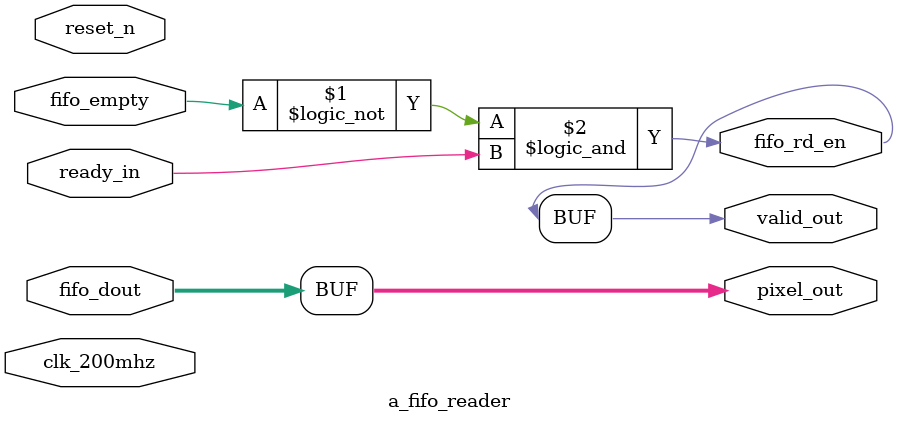
<source format=v>
module a_fifo_reader (
  input  wire clk_200mhz,
  input  wire reset_n,
  // Async FIFO Interface
  input  wire [7:0] fifo_dout,
  input  wire fifo_empty,
  output wire fifo_rd_en,
  // Sobel Interface
  //output reg  [7:0] pixel_out,
  //output reg  valid_out,
  output wire  [7:0] pixel_out,
  output wire  valid_out,
  input  wire ready_in  // From Sobel (backpressure)
);

  // Read when FIFO is not empty and Sobel is ready
  assign fifo_rd_en = !fifo_empty && ready_in;

// /*
  assign valid_out = fifo_rd_en; // Assert valid when reading
  assign pixel_out = fifo_dout;
// */

 /*
   always @(posedge clk_200mhz or negedge reset_n) begin
     if (!reset_n) begin
       pixel_out <= 0;
       valid_out <= 0;
     end else begin
       valid_out <= fifo_rd_en; // Assert valid when reading
       pixel_out <= fifo_rd_en ? fifo_dout : 0;
     end
   end
 */

endmodule
</source>
